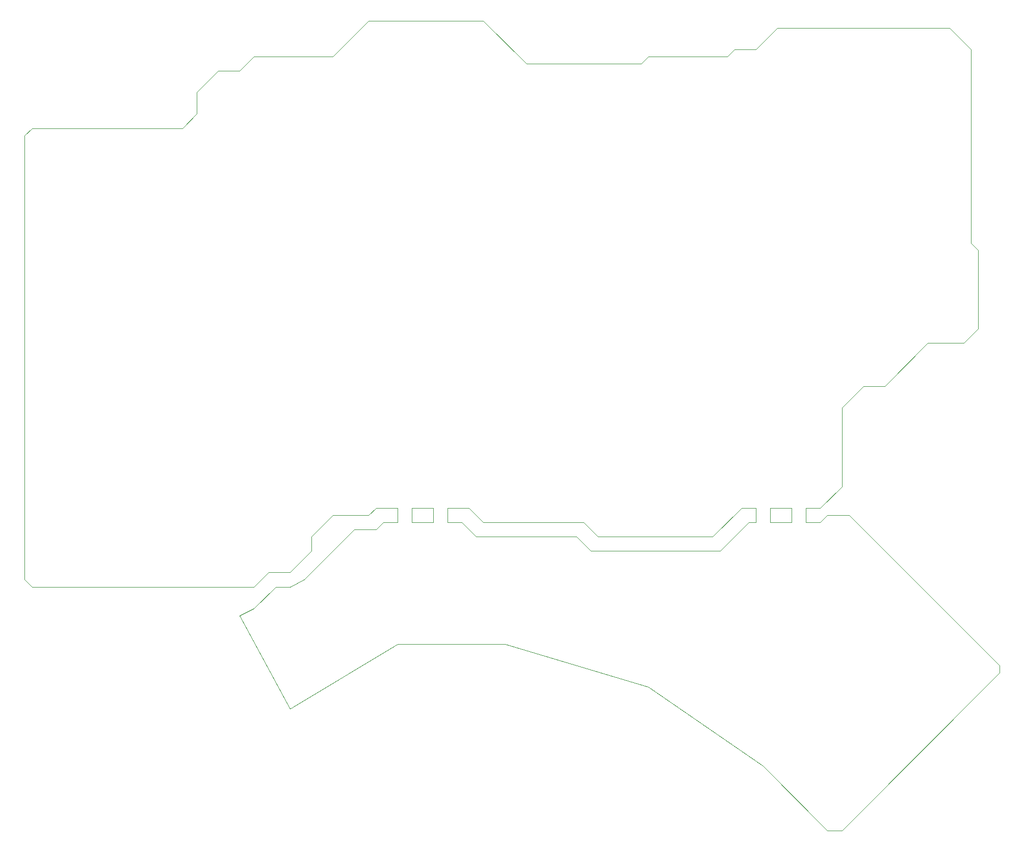
<source format=gbr>
%TF.GenerationSoftware,KiCad,Pcbnew,6.0.4*%
%TF.CreationDate,2022-04-28T08:17:54+02:00*%
%TF.ProjectId,mykeeb,6d796b65-6562-42e6-9b69-6361645f7063,rev?*%
%TF.SameCoordinates,Original*%
%TF.FileFunction,Profile,NP*%
%FSLAX46Y46*%
G04 Gerber Fmt 4.6, Leading zero omitted, Abs format (unit mm)*
G04 Created by KiCad (PCBNEW 6.0.4) date 2022-04-28 08:17:54*
%MOMM*%
%LPD*%
G01*
G04 APERTURE LIST*
%TA.AperFunction,Profile*%
%ADD10C,0.100000*%
%TD*%
G04 APERTURE END LIST*
D10*
X85725000Y-103584375D02*
X82153125Y-103584375D01*
X82153125Y-101203125D01*
X85725000Y-101203125D01*
X85725000Y-103584375D01*
X145256250Y-103584375D02*
X141684375Y-103584375D01*
X141684375Y-101203125D01*
X145256250Y-101203125D01*
X145256250Y-103584375D01*
X94059375Y-103584375D02*
X110728125Y-103584375D01*
X113109375Y-105965625D01*
X132159375Y-105965625D01*
X136921875Y-101203125D01*
X139303125Y-101203125D01*
X139303125Y-103584375D01*
X138112500Y-103584375D01*
X133350000Y-108346875D01*
X111918750Y-108346875D01*
X109537500Y-105965625D01*
X92868750Y-105965625D01*
X90487500Y-103584375D01*
X88106250Y-103584375D01*
X88106250Y-101203125D01*
X91678125Y-101203125D01*
X94059375Y-103584375D01*
X101203125Y-27384375D02*
X120253125Y-27384375D01*
X121443750Y-26193750D01*
X134540625Y-26193750D01*
X135731250Y-25003125D01*
X139303125Y-25003125D01*
X142875000Y-21431250D01*
X171450000Y-21431250D01*
X175021875Y-25003125D01*
X175021875Y-57150000D01*
X176212500Y-58340625D01*
X176212500Y-71437500D01*
X173831250Y-73818750D01*
X167878125Y-73818750D01*
X160734375Y-80962500D01*
X157162632Y-80962500D01*
X153590625Y-84534446D01*
X153590625Y-97631332D01*
X150018876Y-101203210D01*
X147637500Y-101203125D01*
X147637500Y-103584375D01*
X150018876Y-103584375D01*
X151209502Y-102393836D01*
X154781380Y-102393836D01*
X155971875Y-103584375D01*
X179784375Y-127396875D01*
X179784375Y-128587500D01*
X153590625Y-154781250D01*
X151209502Y-154781250D01*
X140493868Y-144065746D01*
X121443750Y-130968750D01*
X97631250Y-123825000D01*
X79771875Y-123825000D01*
X61912500Y-134540625D01*
X53578125Y-119062500D01*
X55959375Y-117871875D01*
X59531250Y-114300000D01*
X61912500Y-114300000D01*
X64293750Y-113109375D01*
X72628125Y-104775000D01*
X76200000Y-104775000D01*
X77390625Y-103584375D01*
X79771875Y-103584375D01*
X79771875Y-101203125D01*
X76200000Y-101203125D01*
X75009375Y-102393750D01*
X69056250Y-102393750D01*
X65484375Y-105965625D01*
X65484375Y-108346875D01*
X61912500Y-111918750D01*
X58340625Y-111918750D01*
X55959375Y-114300000D01*
X19050000Y-114300000D01*
X17859375Y-113109375D01*
X17859375Y-39290625D01*
X19050000Y-38100000D01*
X44053125Y-38100000D01*
X46434375Y-35718750D01*
X46434375Y-32146875D01*
X50006250Y-28575000D01*
X53578125Y-28575000D01*
X55959375Y-26193750D01*
X69056250Y-26193750D01*
X75009375Y-20240625D01*
X94059375Y-20240625D01*
X101203125Y-27384375D01*
M02*

</source>
